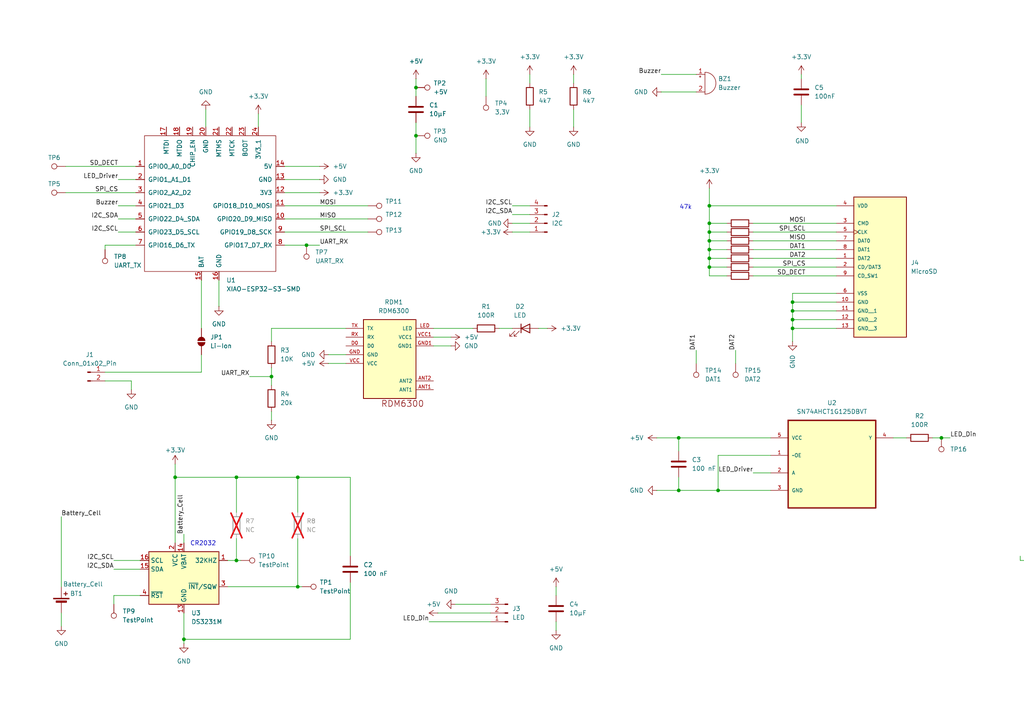
<source format=kicad_sch>
(kicad_sch (version 20250114) (generator "eeschema") (generator_version "9.0")
  (paper "A4")
  (lib_symbols
    (symbol "Connector:Conn_01x02_Pin" (pin_names (offset 1.016) (hide yes))
      (property "Reference" "J" (at 0 2.54 0))
      (property "Value" "Conn_01x02_Pin" (at 0 -5.08 0))
      (symbol "Conn_01x02_Pin_1_1"
        (rectangle (start 0.8636 0.127) (end 0 -0.127) (stroke (width 0.1524)) (fill (type outline)))
        (rectangle (start 0.8636 -2.413) (end 0 -2.667) (stroke (width 0.1524)) (fill (type outline)))
        (polyline (pts (xy 1.27 0) (xy 0.8636 0)) (stroke (width 0.1524)))
        (polyline (pts (xy 1.27 -2.54) (xy 0.8636 -2.54)) (stroke (width 0.1524)))
        (pin passive line (at 5.08 0 180) (length 3.81) (name "Pin_1") (number "1"))
        (pin passive line (at 5.08 -2.54 180) (length 3.81) (name "Pin_2") (number "2"))
      )
    )
    (symbol "Connector:Conn_01x03_Pin" (pin_names (offset 1.016) (hide yes))
      (property "Reference" "J" (at 0 5.08 0))
      (property "Value" "Conn_01x03_Pin" (at 0 -5.08 0))
      (symbol "Conn_01x03_Pin_1_1"
        (rectangle (start 0.8636 2.667) (end 0 2.413) (stroke (width 0.1524)) (fill (type outline)))
        (rectangle (start 0.8636 0.127) (end 0 -0.127) (stroke (width 0.1524)) (fill (type outline)))
        (rectangle (start 0.8636 -2.413) (end 0 -2.667) (stroke (width 0.1524)) (fill (type outline)))
        (polyline (pts (xy 1.27 2.54) (xy 0.8636 2.54)) (stroke (width 0.1524)))
        (polyline (pts (xy 1.27 0) (xy 0.8636 0)) (stroke (width 0.1524)))
        (polyline (pts (xy 1.27 -2.54) (xy 0.8636 -2.54)) (stroke (width 0.1524)))
        (pin passive line (at 5.08 2.54 180) (length 3.81) (name "Pin_1") (number "1"))
        (pin passive line (at 5.08 0 180) (length 3.81) (name "Pin_2") (number "2"))
        (pin passive line (at 5.08 -2.54 180) (length 3.81) (name "Pin_3") (number "3"))
      )
    )
    (symbol "Connector:Conn_01x04_Pin" (pin_names (offset 1.016) (hide yes))
      (property "Reference" "J" (at 0 5.08 0))
      (property "Value" "Conn_01x04_Pin" (at 0 -7.62 0))
      (symbol "Conn_01x04_Pin_1_1"
        (rectangle (start 0.8636 2.667) (end 0 2.413) (stroke (width 0.1524)) (fill (type outline)))
        (rectangle (start 0.8636 0.127) (end 0 -0.127) (stroke (width 0.1524)) (fill (type outline)))
        (rectangle (start 0.8636 -2.413) (end 0 -2.667) (stroke (width 0.1524)) (fill (type outline)))
        (rectangle (start 0.8636 -4.953) (end 0 -5.207) (stroke (width 0.1524)) (fill (type outline)))
        (polyline (pts (xy 1.27 2.54) (xy 0.8636 2.54)) (stroke (width 0.1524)))
        (polyline (pts (xy 1.27 0) (xy 0.8636 0)) (stroke (width 0.1524)))
        (polyline (pts (xy 1.27 -2.54) (xy 0.8636 -2.54)) (stroke (width 0.1524)))
        (polyline (pts (xy 1.27 -5.08) (xy 0.8636 -5.08)) (stroke (width 0.1524)))
        (pin passive line (at 5.08 2.54 180) (length 3.81) (name "Pin_1") (number "1"))
        (pin passive line (at 5.08 0 180) (length 3.81) (name "Pin_2") (number "2"))
        (pin passive line (at 5.08 -2.54 180) (length 3.81) (name "Pin_3") (number "3"))
        (pin passive line (at 5.08 -5.08 180) (length 3.81) (name "Pin_4") (number "4"))
      )
    )
    (symbol "Connector:TestPoint" (pin_numbers (hide yes)) (pin_names (offset 0.762) (hide yes))
      (property "Reference" "TP" (at 0 6.858 0))
      (property "Value" "TestPoint" (at 0 5.08 0))
      (symbol "TestPoint_0_1"
        (circle (center 0 3.302) (radius 0.762))
      )
      (symbol "TestPoint_1_1"
        (pin passive line (at 0 0 90) (length 2.54) (name "1") (number "1"))
      )
    )
    (symbol "Device:Battery_Cell" (pin_numbers (hide yes)) (pin_names (offset 0) (hide yes))
      (property "Reference" "BT" (at 2.54 2.54 0))
      (property "Value" "Battery_Cell" (at 2.54 0 0))
      (symbol "Battery_Cell_0_1"
        (rectangle (start -2.286 1.778) (end 2.286 1.524) (fill (type outline)))
        (rectangle (start -1.524 1.016) (end 1.524 0.508) (fill (type outline)))
        (polyline (pts (xy 0 1.778) (xy 0 2.54)))
        (polyline (pts (xy 0 0.762) (xy 0 0)))
        (polyline (pts (xy 0.762 3.048) (xy 1.778 3.048)) (stroke (width 0.254)))
        (polyline (pts (xy 1.27 3.556) (xy 1.27 2.54)) (stroke (width 0.254)))
      )
      (symbol "Battery_Cell_1_1"
        (pin passive line (at 0 5.08 270) (length 2.54) (name "+") (number "1"))
        (pin passive line (at 0 -2.54 90) (length 2.54) (name "-") (number "2"))
      )
    )
    (symbol "Device:Buzzer" (pin_names (offset 0.0254) (hide yes))
      (property "Reference" "BZ" (at 3.81 1.27 0))
      (property "Value" "Buzzer" (at 3.81 -1.27 0))
      (symbol "Buzzer_0_1"
        (polyline (pts (xy -1.651 1.905) (xy -1.143 1.905)))
        (polyline (pts (xy -1.397 2.159) (xy -1.397 1.651)))
        (arc (start 0 3.175) (mid 3.1612 0) (end 0 -3.175))
        (polyline (pts (xy 0 3.175) (xy 0 -3.175)))
      )
      (symbol "Buzzer_1_1"
        (pin passive line (at -2.54 2.54 0) (length 2.54) (name "+") (number "1"))
        (pin passive line (at -2.54 -2.54 0) (length 2.54) (name "-") (number "2"))
      )
    )
    (symbol "Device:C" (pin_numbers (hide yes)) (pin_names (offset 0.254))
      (property "Reference" "C" (at 0.635 2.54 0))
      (property "Value" "C" (at 0.635 -2.54 0))
      (symbol "C_0_1"
        (polyline (pts (xy -2.032 0.762) (xy 2.032 0.762)) (stroke (width 0.508)))
        (polyline (pts (xy -2.032 -0.762) (xy 2.032 -0.762)) (stroke (width 0.508)))
      )
      (symbol "C_1_1"
        (pin passive line (at 0 3.81 270) (length 2.794) (name "~") (number "1"))
        (pin passive line (at 0 -3.81 90) (length 2.794) (name "~") (number "2"))
      )
    )
    (symbol "Device:LED" (pin_numbers (hide yes)) (pin_names (offset 1.016) (hide yes))
      (property "Reference" "D" (at 0 2.54 0))
      (property "Value" "LED" (at 0 -2.54 0))
      (symbol "LED_0_1"
        (polyline (pts (xy -3.048 -0.762) (xy -4.572 -2.286) (xy -3.81 -2.286) (xy -4.572 -2.286) (xy -4.572 -1.524)))
        (polyline (pts (xy -1.778 -0.762) (xy -3.302 -2.286) (xy -2.54 -2.286) (xy -3.302 -2.286) (xy -3.302 -1.524)))
        (polyline (pts (xy -1.27 0) (xy 1.27 0)))
        (polyline (pts (xy -1.27 -1.27) (xy -1.27 1.27)) (stroke (width 0.254)))
        (polyline (pts (xy 1.27 -1.27) (xy 1.27 1.27) (xy -1.27 0) (xy 1.27 -1.27)) (stroke (width 0.254)))
      )
      (symbol "LED_1_1"
        (pin passive line (at -3.81 0 0) (length 2.54) (name "K") (number "1"))
        (pin passive line (at 3.81 0 180) (length 2.54) (name "A") (number "2"))
      )
    )
    (symbol "Device:R" (pin_numbers (hide yes)) (pin_names (offset 0))
      (property "Reference" "R" (at 2.032 0 90))
      (property "Value" "R" (at 0 0 90))
      (symbol "R_0_1"
        (rectangle (start -1.016 -2.54) (end 1.016 2.54) (stroke (width 0.254)))
      )
      (symbol "R_1_1"
        (pin passive line (at 0 3.81 270) (length 1.27) (name "~") (number "1"))
        (pin passive line (at 0 -3.81 90) (length 1.27) (name "~") (number "2"))
      )
    )
    (symbol "Jumper:SolderJumper_2_Open" (pin_numbers (hide yes)) (pin_names (offset 0) (hide yes)) (in_bom no)
      (property "Reference" "JP" (at 0 2.032 0))
      (property "Value" "SolderJumper_2_Open" (at 0 -2.54 0))
      (symbol "SolderJumper_2_Open_0_1"
        (polyline (pts (xy -0.254 1.016) (xy -0.254 -1.016)))
        (arc (start -0.254 -1.016) (mid -1.2656 0) (end -0.254 1.016))
        (arc (start -0.254 -1.016) (mid -1.2656 0) (end -0.254 1.016) (fill (type outline)))
        (arc (start 0.254 1.016) (mid 1.2656 0) (end 0.254 -1.016))
        (arc (start 0.254 1.016) (mid 1.2656 0) (end 0.254 -1.016) (fill (type outline)))
        (polyline (pts (xy 0.254 1.016) (xy 0.254 -1.016)))
      )
      (symbol "SolderJumper_2_Open_1_1"
        (pin passive line (at -3.81 0 0) (length 2.54) (name "A") (number "1"))
        (pin passive line (at 3.81 0 180) (length 2.54) (name "B") (number "2"))
      )
    )
    (symbol "RDM6300:RDM6300" (pin_names (offset 1.016))
      (property "Reference" "RDM6300" (at 0 0 0))
      (property "Value" "RDM6300" (at 0 0 0))
      (symbol "RDM6300_0_0"
        (rectangle (start -7.62 -10.16) (end 7.62 12.7) (stroke (width 0.254)) (fill (type background)))
        (text "RDM6300" (at -2.54 -12.7 0) (effects (font (size 1.778 1.778)) (justify left bottom)))
        (pin bidirectional line (at -12.7 10.16 0) (length 5.08) (name "TX") (number "TX"))
        (pin bidirectional line (at -12.7 7.62 0) (length 5.08) (name "RX") (number "RX"))
        (pin bidirectional line (at -12.7 5.08 0) (length 5.08) (name "D0") (number "D0"))
        (pin bidirectional line (at -12.7 2.54 0) (length 5.08) (name "GND") (number "GND"))
        (pin bidirectional line (at -12.7 0 0) (length 5.08) (name "VCC") (number "VCC"))
        (pin bidirectional line (at 12.7 10.16 180) (length 5.08) (name "LED") (number "LED"))
        (pin bidirectional line (at 12.7 7.62 180) (length 5.08) (name "VCC1") (number "VCC1"))
        (pin bidirectional line (at 12.7 5.08 180) (length 5.08) (name "GND1") (number "GND1"))
        (pin bidirectional line (at 12.7 -5.08 180) (length 5.08) (name "ANT2") (number "ANT2"))
        (pin bidirectional line (at 12.7 -7.62 180) (length 5.08) (name "ANT1") (number "ANT1"))
      )
    )
    (symbol "SN74AHCT1G125DBVT:SN74AHCT1G125DBVT" (pin_names (offset 1.016))
      (property "Reference" "U" (at -4.955 12.5527 0))
      (property "Value" "SN74AHCT1G125DBVT" (at -2.7954 -19.8475 0))
      (symbol "SN74AHCT1G125DBVT_0_0"
        (rectangle (start -12.7 -15.24) (end 12.7 10.16) (stroke (width 0.4064)) (fill (type background)))
        (pin power_in line (at -17.78 5.08 0) (length 5.08) (name "VCC") (number "5"))
        (pin input line (at -17.78 0 0) (length 5.08) (name "~OE") (number "1"))
        (pin input line (at -17.78 -5.08 0) (length 5.08) (name "A") (number "2"))
        (pin passive line (at -17.78 -10.16 0) (length 5.08) (name "GND") (number "3"))
        (pin output line (at 17.78 5.08 180) (length 5.08) (name "Y") (number "4"))
      )
    )
    (symbol "Seeed_Studio_XIAO_Series:XIAO-ESP32-C6-SMD" (pin_names (offset 1.016))
      (property "Reference" "U" (at -18.542 23.114 0))
      (property "Value" "XIAO-ESP32-S3-SMD" (at -8.382 21.336 0))
      (symbol "XIAO-ESP32-C6-SMD_0_1"
        (rectangle (start 19.05 -19.05) (end -19.05 20.32))
      )
      (symbol "XIAO-ESP32-C6-SMD_1_1"
        (pin passive line (at -21.59 11.43 0) (length 2.54) (name "GPIO0_A0_D0") (number "1"))
        (pin passive line (at -21.59 7.62 0) (length 2.54) (name "GPIO1_A1_D1") (number "2"))
        (pin passive line (at -21.59 3.81 0) (length 2.54) (name "GPIO2_A2_D2") (number "3"))
        (pin passive line (at -21.59 0 0) (length 2.54) (name "GPIO21_D3") (number "4"))
        (pin passive line (at -21.59 -3.81 0) (length 2.54) (name "GPIO22_D4_SDA") (number "5"))
        (pin passive line (at -21.59 -7.62 0) (length 2.54) (name "GPIO23_D5_SCL") (number "6"))
        (pin passive line (at -21.59 -11.43 0) (length 2.54) (name "GPIO16_D6_TX") (number "7"))
        (pin passive line (at -12.7 22.86 270) (length 2.54) (name "MTDI") (number "17"))
        (pin passive line (at -8.89 22.86 270) (length 2.54) (name "MTDO") (number "18"))
        (pin passive line (at -5.08 22.86 270) (length 2.54) (name "CHIP_EN") (number "19"))
        (pin passive line (at -2.54 -21.59 90) (length 2.54) (name "BAT") (number "15"))
        (pin passive line (at -1.27 22.86 270) (length 2.54) (name "GND") (number "20"))
        (pin passive line (at 2.54 22.86 270) (length 2.54) (name "MTMS") (number "21"))
        (pin passive line (at 2.54 -21.59 90) (length 2.54) (name "GND") (number "16"))
        (pin passive line (at 6.35 22.86 270) (length 2.54) (name "MTCK") (number "22"))
        (pin passive line (at 10.16 22.86 270) (length 2.54) (name "BOOT") (number "23"))
        (pin passive line (at 13.97 22.86 270) (length 2.54) (name "3V3_1") (number "24"))
        (pin passive line (at 21.59 11.43 180) (length 2.54) (name "5V") (number "14"))
        (pin passive line (at 21.59 7.62 180) (length 2.54) (name "GND") (number "13"))
        (pin passive line (at 21.59 3.81 180) (length 2.54) (name "3V3") (number "12"))
        (pin passive line (at 21.59 0 180) (length 2.54) (name "GPIO18_D10_MOSI") (number "11"))
        (pin passive line (at 21.59 -3.81 180) (length 2.54) (name "GPIO20_D9_MISO") (number "10"))
        (pin passive line (at 21.59 -7.62 180) (length 2.54) (name "GPIO19_D8_SCK") (number "9"))
        (pin passive line (at 21.59 -11.43 180) (length 2.54) (name "GPIO17_D7_RX") (number "8"))
      )
    )
    (symbol "Timer_RTC:DS3231M"
      (property "Reference" "U" (at -7.62 8.89 0))
      (property "Value" "DS3231M" (at 10.16 8.89 0))
      (symbol "DS3231M_0_1"
        (rectangle (start -10.16 7.62) (end 10.16 -7.62) (stroke (width 0.254)) (fill (type background)))
      )
      (symbol "DS3231M_1_1"
        (pin input line (at -12.7 5.08 0) (length 2.54) (name "SCL") (number "16"))
        (pin bidirectional line (at -12.7 2.54 0) (length 2.54) (name "SDA") (number "15"))
        (pin bidirectional line (at -12.7 -5.08 0) (length 2.54) (name "~{RST}") (number "4"))
        (pin power_in line (at -2.54 10.16 270) (length 2.54) (name "VCC") (number "2"))
        (pin power_in line (at 0 10.16 270) (length 2.54) (name "VBAT") (number "14"))
        (pin passive line (at 0 -10.16 90) (length 2.54) (hide yes) (name "GND") (number "10"))
        (pin passive line (at 0 -10.16 90) (length 2.54) (hide yes) (name "GND") (number "11"))
        (pin passive line (at 0 -10.16 90) (length 2.54) (hide yes) (name "GND") (number "12"))
        (pin power_in line (at 0 -10.16 90) (length 2.54) (name "GND") (number "13"))
        (pin passive line (at 0 -10.16 90) (length 2.54) (hide yes) (name "GND") (number "5"))
        (pin passive line (at 0 -10.16 90) (length 2.54) (hide yes) (name "GND") (number "6"))
        (pin passive line (at 0 -10.16 90) (length 2.54) (hide yes) (name "GND") (number "7"))
        (pin passive line (at 0 -10.16 90) (length 2.54) (hide yes) (name "GND") (number "8"))
        (pin passive line (at 0 -10.16 90) (length 2.54) (hide yes) (name "GND") (number "9"))
        (pin open_collector line (at 12.7 5.08 180) (length 2.54) (name "32KHZ") (number "1"))
        (pin open_collector line (at 12.7 -2.54 180) (length 2.54) (name "~{INT}/SQW") (number "3"))
      )
    )
    (symbol "microsd_card_wuert:693071020811" (pin_names (offset 1.016))
      (property "Reference" "J" (at -7.62 16.51 0))
      (property "Value" "693071020811" (at -7.62 -26.67 0))
      (symbol "693071020811_0_0"
        (rectangle (start -7.62 -25.4) (end 7.62 15.24) (stroke (width 0.254)) (fill (type background)))
        (pin power_in line (at -12.7 12.7 0) (length 5.08) (name "VDD") (number "4"))
        (pin bidirectional line (at -12.7 7.62 0) (length 5.08) (name "CMD") (number "3"))
        (pin bidirectional clock (at -12.7 5.08 0) (length 5.08) (name "CLK") (number "5"))
        (pin bidirectional line (at -12.7 2.54 0) (length 5.08) (name "DAT0") (number "7"))
        (pin bidirectional line (at -12.7 0 0) (length 5.08) (name "DAT1") (number "8"))
        (pin bidirectional line (at -12.7 -2.54 0) (length 5.08) (name "DAT2") (number "1"))
        (pin bidirectional line (at -12.7 -5.08 0) (length 5.08) (name "CD/DAT3") (number "2"))
        (pin bidirectional line (at -12.7 -7.62 0) (length 5.08) (name "CD_SW1") (number "9"))
        (pin power_in line (at -12.7 -12.7 0) (length 5.08) (name "VSS") (number "6"))
        (pin power_in line (at -12.7 -15.24 0) (length 5.08) (name "GND") (number "10"))
        (pin power_in line (at -12.7 -17.78 0) (length 5.08) (name "GND__1") (number "11"))
        (pin power_in line (at -12.7 -20.32 0) (length 5.08) (name "GND__2") (number "12"))
        (pin power_in line (at -12.7 -22.86 0) (length 5.08) (name "GND__3") (number "13"))
      )
    )
    (symbol "power:+3.3V" (power) (pin_numbers (hide yes)) (pin_names (offset 0) (hide yes))
      (property "Value" "+3.3V" (at 0 3.556 0))
      (symbol "+3.3V_0_1"
        (polyline (pts (xy -0.762 1.27) (xy 0 2.54)))
        (polyline (pts (xy 0 2.54) (xy 0.762 1.27)))
        (polyline (pts (xy 0 0) (xy 0 2.54)))
      )
      (symbol "+3.3V_1_1"
        (pin power_in line (at 0 0 90) (length 0) (name "~") (number "1"))
      )
    )
    (symbol "power:+5V" (power) (pin_numbers (hide yes)) (pin_names (offset 0) (hide yes))
      (property "Value" "+5V" (at 0 3.556 0))
      (symbol "+5V_0_1"
        (polyline (pts (xy -0.762 1.27) (xy 0 2.54)))
        (polyline (pts (xy 0 2.54) (xy 0.762 1.27)))
        (polyline (pts (xy 0 0) (xy 0 2.54)))
      )
      (symbol "+5V_1_1"
        (pin power_in line (at 0 0 90) (length 0) (name "~") (number "1"))
      )
    )
    (symbol "power:GND" (power) (pin_numbers (hide yes)) (pin_names (offset 0) (hide yes))
      (property "Value" "GND" (at 0 -3.81 0))
      (symbol "GND_0_1"
        (polyline (pts (xy 0 0) (xy 0 -1.27) (xy 1.27 -1.27) (xy 0 -2.54) (xy -1.27 -1.27) (xy 0 -1.27)))
      )
      (symbol "GND_1_1"
        (pin power_in line (at 0 0 270) (length 0) (name "~") (number "1"))
      )
    )
  )
  (text "CR2032" (at 58.928 157.734 0) (effects (font (size 1.27 1.27))))
  (text "47k" (at 198.882 60.198 0) (effects (font (size 1.27 1.27))))
  (junction (at 205.74 59.69))
  (junction (at 229.87 95.25))
  (junction (at 196.85 142.24))
  (junction (at 229.87 92.71))
  (junction (at 299.72 162.56))
  (junction (at 53.34 185.42))
  (junction (at 229.87 87.63))
  (junction (at 68.58 138.43))
  (junction (at 273.05 127))
  (junction (at 196.85 127))
  (junction (at 205.74 72.39))
  (junction (at 205.74 74.93))
  (junction (at 86.36 138.43))
  (junction (at 78.74 109.22))
  (junction (at 205.74 64.77))
  (junction (at 120.65 39.37))
  (junction (at 205.74 69.85))
  (junction (at 208.28 142.24))
  (junction (at 229.87 90.17))
  (junction (at 205.74 77.47))
  (junction (at 50.8 138.43))
  (junction (at 86.36 170.18))
  (junction (at 205.74 67.31))
  (junction (at 68.58 162.56))
  (junction (at 120.65 25.4))
  (junction (at 88.9 71.12))
  (wire (pts (xy 125.73 100.33) (xy 130.81 100.33)))
  (wire (pts (xy 213.36 101.6) (xy 213.36 105.41)))
  (wire (pts (xy 78.74 106.68) (xy 78.74 109.22)))
  (wire (pts (xy 82.55 55.88) (xy 92.71 55.88)))
  (wire (pts (xy 210.82 80.01) (xy 205.74 80.01)))
  (wire (pts (xy 196.85 127) (xy 223.52 127)))
  (wire (pts (xy 33.02 172.72) (xy 40.64 172.72)))
  (wire (pts (xy 205.74 74.93) (xy 210.82 74.93)))
  (wire (pts (xy 58.42 102.87) (xy 58.42 107.95)))
  (wire (pts (xy 39.37 71.12) (xy 30.48 71.12)))
  (wire (pts (xy 273.05 127) (xy 275.59 127)))
  (wire (pts (xy 205.74 74.93) (xy 205.74 72.39)))
  (wire (pts (xy 153.67 21.59) (xy 153.67 24.13)))
  (wire (pts (xy 242.57 85.09) (xy 229.87 85.09)))
  (wire (pts (xy 88.9 71.12) (xy 92.71 71.12)))
  (wire (pts (xy 229.87 95.25) (xy 242.57 95.25)))
  (wire (pts (xy 166.37 21.59) (xy 166.37 24.13)))
  (wire (pts (xy 101.6 168.91) (xy 101.6 185.42)))
  (wire (pts (xy 210.82 67.31) (xy 205.74 67.31)))
  (wire (pts (xy 82.55 71.12) (xy 88.9 71.12)))
  (wire (pts (xy 30.48 71.12) (xy 30.48 72.39)))
  (wire (pts (xy 72.39 109.22) (xy 78.74 109.22)))
  (wire (pts (xy 229.87 95.25) (xy 229.87 99.06)))
  (wire (pts (xy 86.36 138.43) (xy 86.36 148.59)))
  (wire (pts (xy 196.85 142.24) (xy 208.28 142.24)))
  (wire (pts (xy 205.74 69.85) (xy 205.74 67.31)))
  (wire (pts (xy 205.74 72.39) (xy 205.74 69.85)))
  (wire (pts (xy 148.59 59.69) (xy 153.67 59.69)))
  (wire (pts (xy 270.51 127) (xy 273.05 127)))
  (wire (pts (xy 229.87 87.63) (xy 242.57 87.63)))
  (wire (pts (xy 59.69 31.75) (xy 59.69 36.83)))
  (wire (pts (xy 82.55 67.31) (xy 106.68 67.31)))
  (wire (pts (xy 205.74 77.47) (xy 210.82 77.47)))
  (wire (pts (xy 232.41 21.59) (xy 232.41 22.86)))
  (wire (pts (xy 120.65 22.86) (xy 120.65 25.4)))
  (wire (pts (xy 17.78 170.18) (xy 17.78 149.86)))
  (wire (pts (xy 210.82 69.85) (xy 205.74 69.85)))
  (wire (pts (xy 229.87 85.09) (xy 229.87 87.63)))
  (wire (pts (xy 140.97 22.86) (xy 140.97 27.94)))
  (wire (pts (xy 156.21 95.25) (xy 158.75 95.25)))
  (wire (pts (xy 53.34 185.42) (xy 53.34 186.69)))
  (wire (pts (xy 205.74 77.47) (xy 205.74 74.93)))
  (wire (pts (xy 229.87 90.17) (xy 242.57 90.17)))
  (wire (pts (xy 86.36 156.21) (xy 86.36 170.18)))
  (wire (pts (xy 68.58 138.43) (xy 86.36 138.43)))
  (wire (pts (xy 232.41 30.48) (xy 232.41 35.56)))
  (wire (pts (xy 299.72 162.56) (xy 303.53 162.56)))
  (wire (pts (xy 218.44 74.93) (xy 242.57 74.93)))
  (wire (pts (xy 299.72 162.56) (xy 299.72 166.37)))
  (wire (pts (xy 68.58 138.43) (xy 68.58 148.59)))
  (wire (pts (xy 86.36 170.18) (xy 87.63 170.18)))
  (wire (pts (xy 166.37 31.75) (xy 166.37 36.83)))
  (wire (pts (xy 95.25 105.41) (xy 100.33 105.41)))
  (wire (pts (xy 153.67 31.75) (xy 153.67 36.83)))
  (wire (pts (xy 205.74 72.39) (xy 210.82 72.39)))
  (wire (pts (xy 17.78 177.8) (xy 17.78 181.61)))
  (wire (pts (xy 205.74 64.77) (xy 205.74 59.69)))
  (wire (pts (xy 208.28 132.08) (xy 208.28 142.24)))
  (wire (pts (xy 196.85 127) (xy 196.85 130.81)))
  (wire (pts (xy 161.29 180.34) (xy 161.29 182.88)))
  (wire (pts (xy 101.6 185.42) (xy 53.34 185.42)))
  (wire (pts (xy 74.93 33.02) (xy 74.93 36.83)))
  (wire (pts (xy 78.74 95.25) (xy 78.74 99.06)))
  (wire (pts (xy 191.77 21.59) (xy 201.93 21.59)))
  (wire (pts (xy 58.42 81.28) (xy 58.42 95.25)))
  (wire (pts (xy 218.44 64.77) (xy 242.57 64.77)))
  (wire (pts (xy 303.53 162.56) (xy 303.53 161.29)))
  (wire (pts (xy 50.8 138.43) (xy 50.8 157.48)))
  (wire (pts (xy 19.05 55.88) (xy 39.37 55.88)))
  (wire (pts (xy 127 177.8) (xy 142.24 177.8)))
  (wire (pts (xy 295.91 162.56) (xy 299.72 162.56)))
  (wire (pts (xy 68.58 162.56) (xy 69.85 162.56)))
  (wire (pts (xy 218.44 137.16) (xy 223.52 137.16)))
  (wire (pts (xy 120.65 25.4) (xy 120.65 27.94)))
  (wire (pts (xy 218.44 67.31) (xy 242.57 67.31)))
  (wire (pts (xy 34.29 59.69) (xy 39.37 59.69)))
  (wire (pts (xy 144.78 95.25) (xy 148.59 95.25)))
  (wire (pts (xy 205.74 59.69) (xy 242.57 59.69)))
  (wire (pts (xy 210.82 64.77) (xy 205.74 64.77)))
  (wire (pts (xy 229.87 90.17) (xy 229.87 92.71)))
  (wire (pts (xy 161.29 170.18) (xy 161.29 172.72)))
  (wire (pts (xy 95.25 102.87) (xy 100.33 102.87)))
  (wire (pts (xy 82.55 48.26) (xy 92.71 48.26)))
  (wire (pts (xy 53.34 177.8) (xy 53.34 185.42)))
  (wire (pts (xy 53.34 154.94) (xy 53.34 157.48)))
  (wire (pts (xy 101.6 138.43) (xy 101.6 161.29)))
  (wire (pts (xy 205.74 54.61) (xy 205.74 59.69)))
  (wire (pts (xy 120.65 35.56) (xy 120.65 39.37)))
  (wire (pts (xy 148.59 62.23) (xy 153.67 62.23)))
  (wire (pts (xy 196.85 138.43) (xy 196.85 142.24)))
  (wire (pts (xy 190.5 142.24) (xy 196.85 142.24)))
  (wire (pts (xy 218.44 72.39) (xy 242.57 72.39)))
  (wire (pts (xy 101.6 138.43) (xy 86.36 138.43)))
  (wire (pts (xy 259.08 127) (xy 262.89 127)))
  (wire (pts (xy 125.73 97.79) (xy 130.81 97.79)))
  (wire (pts (xy 190.5 127) (xy 196.85 127)))
  (wire (pts (xy 205.74 80.01) (xy 205.74 77.47)))
  (wire (pts (xy 78.74 109.22) (xy 78.74 111.76)))
  (wire (pts (xy 125.73 95.25) (xy 137.16 95.25)))
  (wire (pts (xy 50.8 134.62) (xy 50.8 138.43)))
  (wire (pts (xy 124.46 180.34) (xy 142.24 180.34)))
  (wire (pts (xy 218.44 69.85) (xy 242.57 69.85)))
  (wire (pts (xy 295.91 162.56) (xy 295.91 161.29)))
  (wire (pts (xy 201.93 101.6) (xy 201.93 105.41)))
  (wire (pts (xy 218.44 80.01) (xy 242.57 80.01)))
  (wire (pts (xy 82.55 52.07) (xy 92.71 52.07)))
  (wire (pts (xy 34.29 67.31) (xy 39.37 67.31)))
  (wire (pts (xy 30.48 110.49) (xy 38.1 110.49)))
  (wire (pts (xy 223.52 132.08) (xy 208.28 132.08)))
  (wire (pts (xy 34.29 63.5) (xy 39.37 63.5)))
  (wire (pts (xy 82.55 59.69) (xy 106.68 59.69)))
  (wire (pts (xy 132.08 175.26) (xy 142.24 175.26)))
  (wire (pts (xy 33.02 175.26) (xy 33.02 172.72)))
  (wire (pts (xy 66.04 162.56) (xy 68.58 162.56)))
  (wire (pts (xy 19.05 48.26) (xy 39.37 48.26)))
  (wire (pts (xy 229.87 92.71) (xy 229.87 95.25)))
  (wire (pts (xy 148.59 67.31) (xy 153.67 67.31)))
  (wire (pts (xy 148.59 64.77) (xy 153.67 64.77)))
  (wire (pts (xy 218.44 77.47) (xy 242.57 77.47)))
  (wire (pts (xy 66.04 170.18) (xy 86.36 170.18)))
  (wire (pts (xy 63.5 81.28) (xy 63.5 88.9)))
  (wire (pts (xy 34.29 52.07) (xy 39.37 52.07)))
  (wire (pts (xy 33.02 165.1) (xy 40.64 165.1)))
  (wire (pts (xy 120.65 39.37) (xy 120.65 44.45)))
  (wire (pts (xy 50.8 138.43) (xy 68.58 138.43)))
  (wire (pts (xy 78.74 95.25) (xy 100.33 95.25)))
  (wire (pts (xy 30.48 107.95) (xy 58.42 107.95)))
  (wire (pts (xy 82.55 63.5) (xy 106.68 63.5)))
  (wire (pts (xy 33.02 162.56) (xy 40.64 162.56)))
  (wire (pts (xy 38.1 110.49) (xy 38.1 113.03)))
  (wire (pts (xy 78.74 119.38) (xy 78.74 121.92)))
  (wire (pts (xy 229.87 87.63) (xy 229.87 90.17)))
  (wire (pts (xy 208.28 142.24) (xy 223.52 142.24)))
  (wire (pts (xy 68.58 156.21) (xy 68.58 162.56)))
  (wire (pts (xy 205.74 67.31) (xy 205.74 64.77)))
  (wire (pts (xy 229.87 92.71) (xy 242.57 92.71)))
  (wire (pts (xy 191.77 26.67) (xy 201.93 26.67)))
  (label "Buzzer" (at 34.29 59.69 180))
  (label "SPI_SCL" (at 92.71 67.31 0))
  (label "I2C_SCL" (at 33.02 162.56 180))
  (label "UART_RX" (at 92.71 71.12 0))
  (label "LED_Driver" (at 34.29 52.07 180))
  (label "SD_DECT" (at 233.68 80.01 180))
  (label "DAT2" (at 213.36 101.6 90))
  (label "LED_Driver" (at 218.44 137.16 180))
  (label "LED_Din" (at 275.59 127 0))
  (label "I2C_SDA" (at 148.59 62.23 180))
  (label "I2C_SCL" (at 148.59 59.69 180))
  (label "Battery_Cell" (at 17.78 149.86 0))
  (label "SPI_SCL" (at 233.68 67.31 180))
  (label "Buzzer" (at 191.77 21.59 180))
  (label "MISO" (at 233.68 69.85 180))
  (label "MISO" (at 92.71 63.5 0))
  (label "I2C_SCL" (at 34.29 67.31 180))
  (label "SPI_CS" (at 34.29 55.88 180))
  (label "MOSI" (at 92.71 59.69 0))
  (label "UART_RX" (at 72.39 109.22 180))
  (label "DAT1" (at 201.93 101.6 90))
  (label "SPI_CS" (at 233.68 77.47 180))
  (label "SD_DECT" (at 34.29 48.26 180))
  (label "I2C_SDA" (at 33.02 165.1 180))
  (label "LED_Din" (at 124.46 180.34 180))
  (label "MOSI" (at 233.68 64.77 180))
  (label "DAT1" (at 233.68 72.39 180))
  (label "Battery_Cell" (at 53.34 154.94 90))
  (label "I2C_SDA" (at 34.29 63.5 180))
  (label "DAT2" (at 233.68 74.93 180))
  (symbol (lib_id "power:+5V") (at 120.65 22.86 0) (unit 1)
    (property "Reference" "#PWR017" (effects (hide yes)))
    (property "Value" "+5V" (at 120.65 17.78 0))
    (property "Description" "Power symbol creates a global label with name \"+5V\"" (effects (hide yes)))
  )
  (symbol (lib_id "power:GND") (at 78.74 121.92 0) (unit 1)
    (property "Reference" "#PWR09" (effects (hide yes)))
    (property "Value" "GND" (at 78.74 127 0))
    (property "Description" "Power symbol creates a global label with name \"GND\" , ground" (effects (hide yes)))
  )
  (symbol (lib_id "Connector:TestPoint") (at 88.9 71.12 180) (unit 1)
    (property "Reference" "TP7" (at 91.44 73.1519 0) (effects (justify right)))
    (property "Value" "UART_RX" (at 91.44 75.6919 0) (effects (justify right)))
    (property "Footprint" "TestPoint:TestPoint_Pad_D1.5mm" (effects (hide yes)))
    (property "Description" "test point" (effects (hide yes)))
  )
  (symbol (lib_id "power:GND") (at 59.69 31.75 180) (unit 1)
    (property "Reference" "#PWR037" (effects (hide yes)))
    (property "Value" "GND" (at 59.69 26.67 0))
    (property "Description" "Power symbol creates a global label with name \"GND\" , ground" (effects (hide yes)))
  )
  (symbol (lib_id "Device:R") (at 78.74 102.87 0) (unit 1)
    (property "Reference" "R3" (at 81.28 101.5999 0) (effects (justify left)))
    (property "Value" "10K" (at 81.28 104.1399 0) (effects (justify left)))
    (property "Footprint" "Resistor_SMD:R_0603_1608Metric_Pad0.98x0.95mm_HandSolder" (effects (hide yes)))
    (property "Description" "Resistor" (effects (hide yes)))
  )
  (symbol (lib_id "Connector:Conn_01x03_Pin") (at 147.32 177.8 180) (unit 1)
    (property "Reference" "J3" (at 148.59 176.5299 0) (effects (justify right)))
    (property "Value" "LED" (at 148.59 179.0699 0) (effects (justify right)))
    (property "Footprint" "Connector_PinSocket_2.00mm:PinSocket_1x03_P2.00mm_Vertical" (effects (hide yes)))
    (property "Description" "Generic connector, single row, 01x03, script generated" (effects (hide yes)))
  )
  (symbol (lib_id "power:+5V") (at 127 177.8 90) (unit 1)
    (property "Reference" "#PWR020" (effects (hide yes)))
    (property "Value" "+5V" (at 125.73 175.26 90))
    (property "Description" "Power symbol creates a global label with name \"+5V\"" (effects (hide yes)))
  )
  (symbol (lib_id "power:+3.3V") (at 158.75 95.25 270) (unit 1)
    (property "Reference" "#PWR015" (effects (hide yes)))
    (property "Value" "+3.3V" (at 162.56 95.2499 90) (effects (justify left)))
    (property "Description" "Power symbol creates a global label with name \"+3.3V\"" (effects (hide yes)))
  )
  (symbol (lib_id "Device:Battery_Cell") (at 17.78 175.26 0) (unit 1)
    (property "Reference" "BT1" (at 20.32 172.1484 0) (effects (justify left)))
    (property "Value" "Battery_Cell" (at 18.288 169.418 0) (effects (justify left)))
    (property "Footprint" "Battery:Battery_Panasonic_CR2032-HFN_Horizontal_CircularHoles" (effects (hide yes)))
    (property "Description" "Single-cell battery" (effects (hide yes)))
  )
  (symbol (lib_id "Connector:TestPoint") (at 273.05 127 180) (unit 1)
    (property "Reference" "TP16" (at 275.59 130.3019 0) (effects (justify right)))
    (property "Value" "LED_Din" (effects (hide yes)))
    (property "Footprint" "TestPoint:TestPoint_Pad_D1.5mm" (effects (hide yes)))
    (property "Description" "test point" (effects (hide yes)))
  )
  (symbol (lib_id "Connector:TestPoint") (at 19.05 55.88 90) (unit 1)
    (property "Reference" "TP5" (at 15.748 53.34 90))
    (property "Value" "CS" (effects (hide yes)))
    (property "Footprint" "TestPoint:TestPoint_Pad_D1.5mm" (effects (hide yes)))
    (property "Description" "test point" (effects (hide yes)))
  )
  (symbol (lib_id "Device:C") (at 161.29 176.53 180) (unit 1)
    (property "Reference" "C4" (at 165.1 175.2599 0) (effects (justify right)))
    (property "Value" "10µF" (at 165.1 177.7999 0) (effects (justify right)))
    (property "Footprint" "Capacitor_SMD:C_0603_1608Metric" (effects (hide yes)))
    (property "Description" "Unpolarized capacitor" (effects (hide yes)))
  )
  (symbol (lib_id "power:+3.3V") (at 205.74 54.61 0) (unit 1)
    (property "Reference" "#PWR036" (effects (hide yes)))
    (property "Value" "+3.3V" (at 205.74 49.53 0))
    (property "Description" "Power symbol creates a global label with name \"+3.3V\"" (effects (hide yes)))
  )
  (symbol (lib_id "power:+3.3V") (at 140.97 22.86 0) (unit 1)
    (property "Reference" "#PWR019" (effects (hide yes)))
    (property "Value" "+3.3V" (at 140.97 17.78 0))
    (property "Description" "Power symbol creates a global label with name \"+3.3V\"" (effects (hide yes)))
  )
  (symbol (lib_id "Device:R") (at 68.58 152.4 0) (unit 1) (dnp yes)
    (property "Reference" "R7" (at 71.12 151.1299 0) (effects (justify left)))
    (property "Value" "NC" (at 71.12 153.6699 0) (effects (justify left)))
    (property "Footprint" "Resistor_SMD:R_0603_1608Metric_Pad0.98x0.95mm_HandSolder" (effects (hide yes)))
    (property "Description" "Resistor" (effects (hide yes)))
  )
  (symbol (lib_id "power:+3.3V") (at 92.71 55.88 270) (unit 1)
    (property "Reference" "#PWR03" (effects (hide yes)))
    (property "Value" "+3.3V" (at 96.52 55.8799 90) (effects (justify left)))
    (property "Description" "Power symbol creates a global label with name \"+3.3V\"" (effects (hide yes)))
  )
  (symbol (lib_id "Device:R") (at 214.63 77.47 90) (unit 1)
    (property "Reference" "R9" (effects (hide yes)))
    (property "Value" "47k" (effects (hide yes)))
    (property "Footprint" "Resistor_SMD:R_0603_1608Metric_Pad0.98x0.95mm_HandSolder" (effects (hide yes)))
    (property "Description" "Resistor" (effects (hide yes)))
  )
  (symbol (lib_id "Device:R") (at 214.63 67.31 90) (unit 1)
    (property "Reference" "R13" (effects (hide yes)))
    (property "Value" "47k" (effects (hide yes)))
    (property "Footprint" "Resistor_SMD:R_0603_1608Metric_Pad0.98x0.95mm_HandSolder" (effects (hide yes)))
    (property "Description" "Resistor" (effects (hide yes)))
  )
  (symbol (lib_id "power:GND") (at 166.37 36.83 0) (unit 1)
    (property "Reference" "#PWR029" (effects (hide yes)))
    (property "Value" "GND" (at 166.37 41.91 0))
    (property "Description" "Power symbol creates a global label with name \"GND\" , ground" (effects (hide yes)))
  )
  (symbol (lib_id "power:GND") (at 92.71 52.07 90) (unit 1)
    (property "Reference" "#PWR02" (effects (hide yes)))
    (property "Value" "GND" (at 96.52 52.0699 90) (effects (justify right)))
    (property "Description" "Power symbol creates a global label with name \"GND\" , ground" (effects (hide yes)))
  )
  (symbol (lib_id "power:+5V") (at 161.29 170.18 0) (unit 1)
    (property "Reference" "#PWR024" (effects (hide yes)))
    (property "Value" "+5V" (at 161.29 165.1 0))
    (property "Description" "Power symbol creates a global label with name \"+5V\"" (effects (hide yes)))
  )
  (symbol (lib_id "power:GND") (at 229.87 99.06 0) (unit 1)
    (property "Reference" "#PWR07" (effects (hide yes)))
    (property "Value" "GND" (at 229.8701 102.87 90) (effects (justify right)))
    (property "Description" "Power symbol creates a global label with name \"GND\" , ground" (effects (hide yes)))
  )
  (symbol (lib_id "power:GND") (at 120.65 44.45 0) (unit 1)
    (property "Reference" "#PWR018" (effects (hide yes)))
    (property "Value" "GND" (at 120.65 49.53 0))
    (property "Description" "Power symbol creates a global label with name \"GND\" , ground" (effects (hide yes)))
  )
  (symbol (lib_id "power:+5V") (at 190.5 127 90) (unit 1)
    (property "Reference" "#PWR011" (effects (hide yes)))
    (property "Value" "+5V" (at 186.69 126.9999 90) (effects (justify left)))
    (property "Description" "Power symbol creates a global label with name \"+5V\"" (effects (hide yes)))
  )
  (symbol (lib_id "power:+5V") (at 92.71 48.26 270) (unit 1)
    (property "Reference" "#PWR01" (effects (hide yes)))
    (property "Value" "+5V" (at 96.52 48.2599 90) (effects (justify left)))
    (property "Description" "Power symbol creates a global label with name \"+5V\"" (effects (hide yes)))
  )
  (symbol (lib_id "power:+5V") (at 95.25 105.41 90) (unit 1)
    (property "Reference" "#PWR04" (effects (hide yes)))
    (property "Value" "+5V" (at 91.44 105.4099 90) (effects (justify left)))
    (property "Description" "Power symbol creates a global label with name \"+5V\"" (effects (hide yes)))
  )
  (symbol (lib_id "power:GND") (at 95.25 102.87 270) (unit 1)
    (property "Reference" "#PWR05" (effects (hide yes)))
    (property "Value" "GND" (at 91.44 102.8699 90) (effects (justify right)))
    (property "Description" "Power symbol creates a global label with name \"GND\" , ground" (effects (hide yes)))
  )
  (symbol (lib_id "Device:R") (at 266.7 127 90) (unit 1)
    (property "Reference" "R2" (at 266.7 120.65 90))
    (property "Value" "100R" (at 266.7 123.19 90))
    (property "Footprint" "Resistor_SMD:R_0603_1608Metric_Pad0.98x0.95mm_HandSolder" (effects (hide yes)))
    (property "Description" "Resistor" (effects (hide yes)))
  )
  (symbol (lib_id "power:+3.3V") (at 74.93 33.02 0) (unit 1)
    (property "Reference" "#PWR033" (effects (hide yes)))
    (property "Value" "+3.3V" (at 74.93 27.94 0))
    (property "Description" "Power symbol creates a global label with name \"+3.3V\"" (effects (hide yes)))
  )
  (symbol (lib_id "power:GND") (at 191.77 26.67 270) (unit 1)
    (property "Reference" "#PWR014" (effects (hide yes)))
    (property "Value" "GND" (at 187.96 26.6699 90) (effects (justify right)))
    (property "Description" "Power symbol creates a global label with name \"GND\" , ground" (effects (hide yes)))
  )
  (symbol (lib_id "Device:C") (at 120.65 31.75 180) (unit 1)
    (property "Reference" "C1" (at 124.46 30.4799 0) (effects (justify right)))
    (property "Value" "10µF" (at 124.46 33.0199 0) (effects (justify right)))
    (property "Footprint" "Capacitor_SMD:C_0603_1608Metric" (effects (hide yes)))
    (property "Description" "Unpolarized capacitor" (effects (hide yes)))
  )
  (symbol (lib_id "Jumper:SolderJumper_2_Open") (at 58.42 99.06 270) (unit 1) (in_bom no)
    (property "Reference" "JP1" (at 60.96 97.7899 90) (effects (justify left)))
    (property "Value" "Li-Ion" (at 60.96 100.3299 90) (effects (justify left)))
    (property "Footprint" "Jumper:SolderJumper-2_P1.3mm_Open_TrianglePad1.0x1.5mm" (effects (hide yes)))
    (property "Description" "Solder Jumper, 2-pole, open" (effects (hide yes)))
  )
  (symbol (lib_id "Connector:TestPoint") (at 120.65 39.37 270) (unit 1)
    (property "Reference" "TP3" (at 125.73 38.0999 90) (effects (justify left)))
    (property "Value" "GND" (at 125.73 40.6399 90) (effects (justify left)))
    (property "Footprint" "TestPoint:TestPoint_Pad_D1.5mm" (effects (hide yes)))
    (property "Description" "test point" (effects (hide yes)))
  )
  (symbol (lib_id "Connector:TestPoint") (at 201.93 105.41 180) (unit 1)
    (property "Reference" "TP14" (at 204.47 107.4419 0) (effects (justify right)))
    (property "Value" "DAT1" (at 204.47 109.9819 0) (effects (justify right)))
    (property "Footprint" "TestPoint:TestPoint_Pad_D1.5mm" (effects (hide yes)))
    (property "Description" "test point" (effects (hide yes)))
  )
  (symbol (lib_id "Connector:Conn_01x04_Pin") (at 158.75 64.77 180) (unit 1)
    (property "Reference" "J2" (at 160.02 62.2299 0) (effects (justify right)))
    (property "Value" "I2C" (at 160.02 64.7699 0) (effects (justify right)))
    (property "Footprint" "Connector_PinHeader_2.54mm:PinHeader_1x04_P2.54mm_Vertical" (effects (hide yes)))
    (property "Description" "Generic connector, single row, 01x04, script generated" (effects (hide yes)))
  )
  (symbol (lib_id "Device:LED") (at 152.4 95.25 0) (unit 1)
    (property "Reference" "D2" (at 150.8125 88.9 0))
    (property "Value" "LED" (at 150.8125 91.44 0))
    (property "Footprint" "LED_SMD:LED_0603_1608Metric" (effects (hide yes)))
    (property "Description" "Light emitting diode" (effects (hide yes)))
    (property "Sim.Pins" "1=K 2=A" (effects (hide yes)))
  )
  (symbol (lib_id "Device:R") (at 214.63 64.77 90) (unit 1)
    (property "Reference" "R14" (effects (hide yes)))
    (property "Value" "47k" (effects (hide yes)))
    (property "Footprint" "Resistor_SMD:R_0603_1608Metric_Pad0.98x0.95mm_HandSolder" (effects (hide yes)))
    (property "Description" "Resistor" (effects (hide yes)))
  )
  (symbol (lib_id "Connector:TestPoint") (at 19.05 48.26 90) (unit 1)
    (property "Reference" "TP6" (at 15.748 45.72 90))
    (property "Value" "SD_DECT" (effects (hide yes)))
    (property "Footprint" "TestPoint:TestPoint_Pad_D1.5mm" (effects (hide yes)))
    (property "Description" "test point" (effects (hide yes)))
  )
  (symbol (lib_id "SN74AHCT1G125DBVT:SN74AHCT1G125DBVT") (at 241.3 132.08 0) (unit 1)
    (property "Reference" "U2" (at 241.3 116.84 0))
    (property "Value" "SN74AHCT1G125DBVT" (at 241.3 119.38 0))
    (property "Footprint" "footprints:SOT95P280X145-5N" (effects (hide yes)))
    (property "MF" "Texas Instruments" (effects (hide yes)))
    (property "Description_1" "Buffer, Non-Inverting 1 Element 1 Bit per Element 3-State Output SOT-23-5" (effects (hide yes)))
    (property "PACKAGE" "SOT-23-5" (effects (hide yes)))
    (property "MPN" "SN74AHCT1G125DBVT" (effects (hide yes)))
    (property "Price" "None" (effects (hide yes)))
    (property "Package" "SOT-23 Texas Instruments" (effects (hide yes)))
    (property "OC_FARNELL" "1739631" (effects (hide yes)))
    (property "SnapEDA_Link" "https://www.snapeda.com/parts/SN74AHCT1G125DBV/Texas+Instruments/view-part/?ref=snap" (effects (hide yes)))
    (property "MP" "SN74AHCT1G125DBV" (effects (hide yes)))
    (property "SUPPLIER" "Texas Instruments" (effects (hide yes)))
    (property "OC_NEWARK" "22H0195" (effects (hide yes)))
    (property "Availability" "Not in stock" (effects (hide yes)))
    (property "Check_prices" "https://www.snapeda.com/parts/SN74AHCT1G125DBV/Texas+Instruments/view-part/?ref=eda" (effects (hide yes)))
  )
  (symbol (lib_id "power:+3.3V") (at 50.8 134.62 0) (unit 1)
    (property "Reference" "#PWR013" (effects (hide yes)))
    (property "Value" "+3.3V" (at 50.8 130.556 0))
    (property "Description" "Power symbol creates a global label with name \"+3.3V\"" (effects (hide yes)))
  )
  (symbol (lib_id "power:+3.3V") (at 153.67 21.59 0) (unit 1)
    (property "Reference" "#PWR026" (effects (hide yes)))
    (property "Value" "+3.3V" (at 153.67 16.51 0))
    (property "Description" "Power symbol creates a global label with name \"+3.3V\"" (effects (hide yes)))
  )
  (symbol (lib_id "Device:R") (at 214.63 80.01 90) (unit 1)
    (property "Reference" "R11" (effects (hide yes)))
    (property "Value" "47k" (effects (hide yes)))
    (property "Footprint" "Resistor_SMD:R_0603_1608Metric_Pad0.98x0.95mm_HandSolder" (effects (hide yes)))
    (property "Description" "Resistor" (effects (hide yes)))
  )
  (symbol (lib_id "Seeed_Studio_XIAO_Series:XIAO-ESP32-C6-SMD") (at 60.96 59.69 0) (unit 1)
    (property "Reference" "U1" (at 65.6433 81.28 0) (effects (justify left)))
    (property "Value" "XIAO-ESP32-S3-SMD" (at 65.6433 83.82 0) (effects (justify left)))
    (property "Footprint" "Seeed Studio XIAO Series Library:XIAO-ESP32C6-SMD" (effects (hide yes)))
  )
  (symbol (lib_id "Device:C") (at 232.41 26.67 180) (unit 1)
    (property "Reference" "C5" (at 236.22 25.3999 0) (effects (justify right)))
    (property "Value" "100nF" (at 236.22 27.9399 0) (effects (justify right)))
    (property "Footprint" "Capacitor_SMD:C_0603_1608Metric" (effects (hide yes)))
    (property "Description" "Unpolarized capacitor" (effects (hide yes)))
  )
  (symbol (lib_id "Connector:TestPoint") (at 213.36 105.41 180) (unit 1)
    (property "Reference" "TP15" (at 215.9 107.4419 0) (effects (justify right)))
    (property "Value" "DAT2" (at 215.9 109.9819 0) (effects (justify right)))
    (property "Footprint" "TestPoint:TestPoint_Pad_D1.5mm" (effects (hide yes)))
    (property "Description" "test point" (effects (hide yes)))
  )
  (symbol (lib_id "power:GND") (at 38.1 113.03 0) (unit 1)
    (property "Reference" "#PWR038" (effects (hide yes)))
    (property "Value" "GND" (at 38.1 118.11 0))
    (property "Description" "Power symbol creates a global label with name \"GND\" , ground" (effects (hide yes)))
  )
  (symbol (lib_id "power:GND") (at 153.67 36.83 0) (unit 1)
    (property "Reference" "#PWR028" (effects (hide yes)))
    (property "Value" "GND" (at 153.67 41.91 0))
    (property "Description" "Power symbol creates a global label with name \"GND\" , ground" (effects (hide yes)))
  )
  (symbol (lib_id "Connector:TestPoint") (at 69.85 162.56 270) (unit 1)
    (property "Reference" "TP10" (at 74.93 161.2899 90) (effects (justify left)))
    (property "Value" "TestPoint" (at 74.93 163.8299 90) (effects (justify left)))
    (property "Footprint" "TestPoint:TestPoint_Pad_D1.5mm" (effects (hide yes)))
    (property "Description" "test point" (effects (hide yes)))
  )
  (symbol (lib_id "Connector:TestPoint") (at 87.63 170.18 270) (unit 1)
    (property "Reference" "TP1" (at 92.71 168.9099 90) (effects (justify left)))
    (property "Value" "TestPoint" (at 92.71 171.4499 90) (effects (justify left)))
    (property "Footprint" "TestPoint:TestPoint_Pad_D1.5mm" (effects (hide yes)))
    (property "Description" "test point" (effects (hide yes)))
  )
  (symbol (lib_id "Device:R") (at 78.74 115.57 0) (unit 1)
    (property "Reference" "R4" (at 81.28 114.2999 0) (effects (justify left)))
    (property "Value" "20k" (at 81.28 116.8399 0) (effects (justify left)))
    (property "Footprint" "Resistor_SMD:R_0603_1608Metric_Pad0.98x0.95mm_HandSolder" (effects (hide yes)))
    (property "Description" "Resistor" (effects (hide yes)))
  )
  (symbol (lib_id "Device:R") (at 214.63 69.85 90) (unit 1)
    (property "Reference" "R12" (effects (hide yes)))
    (property "Value" "47k" (effects (hide yes)))
    (property "Footprint" "Resistor_SMD:R_0603_1608Metric_Pad0.98x0.95mm_HandSolder" (effects (hide yes)))
    (property "Description" "Resistor" (effects (hide yes)))
  )
  (symbol (lib_id "Device:R") (at 153.67 27.94 0) (unit 1)
    (property "Reference" "R5" (at 156.21 26.6699 0) (effects (justify left)))
    (property "Value" "4k7" (at 156.21 29.2099 0) (effects (justify left)))
    (property "Footprint" "Resistor_SMD:R_0603_1608Metric_Pad0.98x0.95mm_HandSolder" (effects (hide yes)))
    (property "Description" "Resistor" (effects (hide yes)))
  )
  (symbol (lib_id "microsd_card_wuert:693071020811") (at 255.27 72.39 0) (unit 1)
    (property "Reference" "J4" (at 264.16 76.1999 0) (effects (justify left)))
    (property "Value" "MicroSD" (at 264.16 78.7399 0) (effects (justify left)))
    (property "Footprint" "footprints:WURTH_693071020811" (effects (hide yes)))
    (property "PARTREV" "001.003" (effects (hide yes)))
    (property "STANDARD" "Manufacturer Recommendations" (effects (hide yes)))
    (property "MAXIMUM_PACKAGE_HEIGHT" "2.05mm" (effects (hide yes)))
    (property "MANUFACTURER" "WURTH ELEKTRONIK" (effects (hide yes)))
  )
  (symbol (lib_id "Device:C") (at 101.6 165.1 180) (unit 1)
    (property "Reference" "C2" (at 105.41 163.8299 0) (effects (justify right)))
    (property "Value" "100 nF" (at 105.41 166.3699 0) (effects (justify right)))
    (property "Footprint" "Capacitor_SMD:C_0603_1608Metric" (effects (hide yes)))
    (property "Description" "Unpolarized capacitor" (effects (hide yes)))
  )
  (symbol (lib_id "Connector:TestPoint") (at 106.68 63.5 270) (unit 1)
    (property "Reference" "TP12" (at 111.76 62.2299 90) (effects (justify left)))
    (property "Value" "MISO" (effects (hide yes)))
    (property "Footprint" "TestPoint:TestPoint_Pad_D1.5mm" (effects (hide yes)))
    (property "Description" "test point" (effects (hide yes)))
  )
  (symbol (lib_id "Connector:TestPoint") (at 120.65 25.4 270) (unit 1)
    (property "Reference" "TP2" (at 125.73 24.1299 90) (effects (justify left)))
    (property "Value" "+5V" (at 125.73 26.6699 90) (effects (justify left)))
    (property "Footprint" "TestPoint:TestPoint_Pad_D1.5mm" (effects (hide yes)))
    (property "Description" "test point" (effects (hide yes)))
  )
  (symbol (lib_id "Device:R") (at 214.63 74.93 90) (unit 1)
    (property "Reference" "R15" (effects (hide yes)))
    (property "Value" "47k" (effects (hide yes)))
    (property "Footprint" "Resistor_SMD:R_0603_1608Metric_Pad0.98x0.95mm_HandSolder" (effects (hide yes)))
    (property "Description" "Resistor" (effects (hide yes)))
  )
  (symbol (lib_id "Connector:TestPoint") (at 33.02 175.26 180) (unit 1)
    (property "Reference" "TP9" (at 35.56 177.2919 0) (effects (justify right)))
    (property "Value" "TestPoint" (at 35.56 179.8319 0) (effects (justify right)))
    (property "Footprint" "TestPoint:TestPoint_Pad_D1.5mm" (effects (hide yes)))
    (property "Description" "test point" (effects (hide yes)))
  )
  (symbol (lib_id "power:GND") (at 232.41 35.56 0) (unit 1)
    (property "Reference" "#PWR035" (effects (hide yes)))
    (property "Value" "GND" (at 232.664 40.894 0))
    (property "Description" "Power symbol creates a global label with name \"GND\" , ground" (effects (hide yes)))
  )
  (symbol (lib_id "power:GND") (at 130.81 100.33 90) (unit 1)
    (property "Reference" "#PWR022" (effects (hide yes)))
    (property "Value" "GND" (at 134.62 100.3299 90) (effects (justify right)))
    (property "Description" "Power symbol creates a global label with name \"GND\" , ground" (effects (hide yes)))
  )
  (symbol (lib_id "RDM6300:RDM6300") (at 113.03 105.41 0) (unit 1)
    (property "Reference" "RDM1" (at 114.2228 87.63 0))
    (property "Value" "RDM6300" (at 114.2228 90.17 0))
    (property "Footprint" "footprints:RDM6300" (effects (hide yes)))
    (property "MF" "ITEAD" (effects (hide yes)))
    (property "Description_1" "RDM6300 125KHz cardreader mini-module is designed for reading code from 125KHz card compatible read-only tags and read/write card." (effects (hide yes)))
    (property "Package" "Package" (effects (hide yes)))
    (property "Price" "None" (effects (hide yes)))
    (property "SnapEDA_Link" "https://www.snapeda.com/parts/RDM6300/ITEAD/view-part/?ref=snap" (effects (hide yes)))
    (property "MP" "RDM6300" (effects (hide yes)))
    (property "Availability" "Not in stock" (effects (hide yes)))
    (property "Check_prices" "https://www.snapeda.com/parts/RDM6300/ITEAD/view-part/?ref=eda" (effects (hide yes)))
  )
  (symbol (lib_id "Device:R") (at 86.36 152.4 0) (unit 1) (dnp yes)
    (property "Reference" "R8" (at 88.9 151.1299 0) (effects (justify left)))
    (property "Value" "NC" (at 88.9 153.6699 0) (effects (justify left)))
    (property "Footprint" "Resistor_SMD:R_0603_1608Metric_Pad0.98x0.95mm_HandSolder" (effects (hide yes)))
    (property "Description" "Resistor" (effects (hide yes)))
  )
  (symbol (lib_id "power:GND") (at 53.34 186.69 0) (unit 1)
    (property "Reference" "#PWR010" (effects (hide yes)))
    (property "Value" "GND" (at 53.34 191.77 0))
    (property "Description" "Power symbol creates a global label with name \"GND\" , ground" (effects (hide yes)))
  )
  (symbol (lib_id "power:+5V") (at 130.81 97.79 270) (unit 1)
    (property "Reference" "#PWR023" (effects (hide yes)))
    (property "Value" "+5V" (at 134.62 97.7899 90) (effects (justify left)))
    (property "Description" "Power symbol creates a global label with name \"+5V\"" (effects (hide yes)))
  )
  (symbol (lib_id "Connector:Conn_01x02_Pin") (at 25.4 107.95 0) (unit 1)
    (property "Reference" "J1" (at 26.035 102.87 0))
    (property "Value" "Conn_01x02_Pin" (at 26.035 105.41 0))
    (property "Footprint" "Connector_PinHeader_2.54mm:PinHeader_1x02_P2.54mm_Vertical" (effects (hide yes)))
    (property "Description" "Generic connector, single row, 01x02, script generated" (effects (hide yes)))
  )
  (symbol (lib_id "Connector:TestPoint") (at 140.97 27.94 180) (unit 1)
    (property "Reference" "TP4" (at 143.51 29.9719 0) (effects (justify right)))
    (property "Value" "3,3V" (at 143.51 32.5119 0) (effects (justify right)))
    (property "Footprint" "TestPoint:TestPoint_Pad_D1.5mm" (effects (hide yes)))
    (property "Description" "test point" (effects (hide yes)))
  )
  (symbol (lib_id "Connector:TestPoint") (at 30.48 72.39 180) (unit 1)
    (property "Reference" "TP8" (at 33.02 74.4219 0) (effects (justify right)))
    (property "Value" "UART_TX" (at 33.02 76.9619 0) (effects (justify right)))
    (property "Footprint" "TestPoint:TestPoint_Pad_D1.5mm" (effects (hide yes)))
    (property "Description" "test point" (effects (hide yes)))
  )
  (symbol (lib_id "Timer_RTC:DS3231M") (at 53.34 167.64 0) (unit 1)
    (property "Reference" "U3" (at 55.4833 177.8 0) (effects (justify left)))
    (property "Value" "DS3231M" (at 55.4833 180.34 0) (effects (justify left)))
    (property "Footprint" "Package_SO:SOIC-16W_7.5x10.3mm_P1.27mm" (effects (hide yes)))
    (property "Datasheet" "http://datasheets.maximintegrated.com/en/ds/DS3231.pdf" (effects (hide yes)))
    (property "Description" "Extremely Accurate I2C-Integrated RTC/TCXO/Crystal SOIC-16" (effects (hide yes)))
  )
  (symbol (lib_id "Device:R") (at 214.63 72.39 90) (unit 1)
    (property "Reference" "R10" (effects (hide yes)))
    (property "Value" "47k" (effects (hide yes)))
    (property "Footprint" "Resistor_SMD:R_0603_1608Metric_Pad0.98x0.95mm_HandSolder" (effects (hide yes)))
    (property "Description" "Resistor" (effects (hide yes)))
  )
  (symbol (lib_id "power:GND") (at 63.5 88.9 0) (unit 1)
    (property "Reference" "#PWR016" (effects (hide yes)))
    (property "Value" "GND" (at 63.5 93.98 0))
    (property "Description" "Power symbol creates a global label with name \"GND\" , ground" (effects (hide yes)))
  )
  (symbol (lib_id "Connector:TestPoint") (at 106.68 67.31 270) (unit 1)
    (property "Reference" "TP13" (at 111.76 66.802 90) (effects (justify left)))
    (property "Value" "SPI SCL" (effects (hide yes)))
    (property "Footprint" "TestPoint:TestPoint_Pad_D1.5mm" (effects (hide yes)))
    (property "Description" "test point" (effects (hide yes)))
  )
  (symbol (lib_id "power:GND") (at 161.29 182.88 0) (unit 1)
    (property "Reference" "#PWR025" (effects (hide yes)))
    (property "Value" "GND" (at 161.29 187.96 0))
    (property "Description" "Power symbol creates a global label with name \"GND\" , ground" (effects (hide yes)))
  )
  (symbol (lib_id "Device:R") (at 166.37 27.94 0) (unit 1)
    (property "Reference" "R6" (at 168.91 26.6699 0) (effects (justify left)))
    (property "Value" "4k7" (at 168.91 29.2099 0) (effects (justify left)))
    (property "Footprint" "Resistor_SMD:R_0603_1608Metric_Pad0.98x0.95mm_HandSolder" (effects (hide yes)))
    (property "Description" "Resistor" (effects (hide yes)))
  )
  (symbol (lib_id "power:GND") (at 190.5 142.24 270) (unit 1)
    (property "Reference" "#PWR08" (effects (hide yes)))
    (property "Value" "GND" (at 186.69 142.2399 90) (effects (justify right)))
    (property "Description" "Power symbol creates a global label with name \"GND\" , ground" (effects (hide yes)))
  )
  (symbol (lib_id "Device:C") (at 196.85 134.62 180) (unit 1)
    (property "Reference" "C3" (at 200.66 133.3499 0) (effects (justify right)))
    (property "Value" "100 nF" (at 200.66 135.8899 0) (effects (justify right)))
    (property "Footprint" "Capacitor_SMD:C_0603_1608Metric" (effects (hide yes)))
    (property "Description" "Unpolarized capacitor" (effects (hide yes)))
  )
  (symbol (lib_id "power:+3.3V") (at 232.41 21.59 0) (unit 1)
    (property "Reference" "#PWR034" (effects (hide yes)))
    (property "Value" "+3.3V" (at 232.41 16.51 0))
    (property "Description" "Power symbol creates a global label with name \"+3.3V\"" (effects (hide yes)))
  )
  (symbol (lib_id "power:GND") (at 148.59 64.77 270) (unit 1)
    (property "Reference" "#PWR031" (effects (hide yes)))
    (property "Value" "GND" (at 143.51 64.77 90))
    (property "Description" "Power symbol creates a global label with name \"GND\" , ground" (effects (hide yes)))
  )
  (symbol (lib_id "power:GND") (at 299.72 166.37 0) (unit 1)
    (property "Reference" "#PWR012" (effects (hide yes)))
    (property "Value" "GND" (at 299.7201 170.18 90) (effects (justify right)))
    (property "Description" "Power symbol creates a global label with name \"GND\" , ground" (effects (hide yes)))
  )
  (symbol (lib_id "power:GND") (at 17.78 181.61 0) (unit 1)
    (property "Reference" "#PWR030" (effects (hide yes)))
    (property "Value" "GND" (at 17.78 186.69 0))
    (property "Description" "Power symbol creates a global label with name \"GND\" , ground" (effects (hide yes)))
  )
  (symbol (lib_id "Connector:TestPoint") (at 106.68 59.69 270) (unit 1)
    (property "Reference" "TP11" (at 111.76 58.4199 90) (effects (justify left)))
    (property "Value" "MOSI" (effects (hide yes)))
    (property "Footprint" "TestPoint:TestPoint_Pad_D1.5mm" (effects (hide yes)))
    (property "Description" "test point" (effects (hide yes)))
  )
  (symbol (lib_id "power:GND") (at 132.08 175.26 270) (unit 1)
    (property "Reference" "#PWR021" (effects (hide yes)))
    (property "Value" "GND" (at 130.81 171.45 90))
    (property "Description" "Power symbol creates a global label with name \"GND\" , ground" (effects (hide yes)))
  )
  (symbol (lib_id "power:+3.3V") (at 148.59 67.31 90) (unit 1)
    (property "Reference" "#PWR032" (effects (hide yes)))
    (property "Value" "+3.3V" (at 145.288 67.31 90) (effects (justify left)))
    (property "Description" "Power symbol creates a global label with name \"+3.3V\"" (effects (hide yes)))
  )
  (symbol (lib_id "Device:R") (at 140.97 95.25 90) (unit 1)
    (property "Reference" "R1" (at 140.97 88.9 90))
    (property "Value" "100R" (at 140.97 91.44 90))
    (property "Footprint" "Resistor_SMD:R_0603_1608Metric_Pad0.98x0.95mm_HandSolder" (effects (hide yes)))
    (property "Description" "Resistor" (effects (hide yes)))
  )
  (symbol (lib_id "Device:Buzzer") (at 204.47 24.13 0) (unit 1)
    (property "Reference" "BZ1" (at 208.28 22.8599 0) (effects (justify left)))
    (property "Value" "Buzzer" (at 208.28 25.3999 0) (effects (justify left)))
    (property "Footprint" "Connector_PinSocket_2.00mm:PinSocket_1x02_P2.00mm_Vertical" (effects (hide yes)))
    (property "Description" "Buzzer, polarized" (effects (hide yes)))
  )
  (symbol (lib_id "power:+3.3V") (at 166.37 21.59 0) (unit 1)
    (property "Reference" "#PWR027" (effects (hide yes)))
    (property "Value" "+3.3V" (at 166.37 16.51 0))
    (property "Description" "Power symbol creates a global label with name \"+3.3V\"" (effects (hide yes)))
  )
)
</source>
